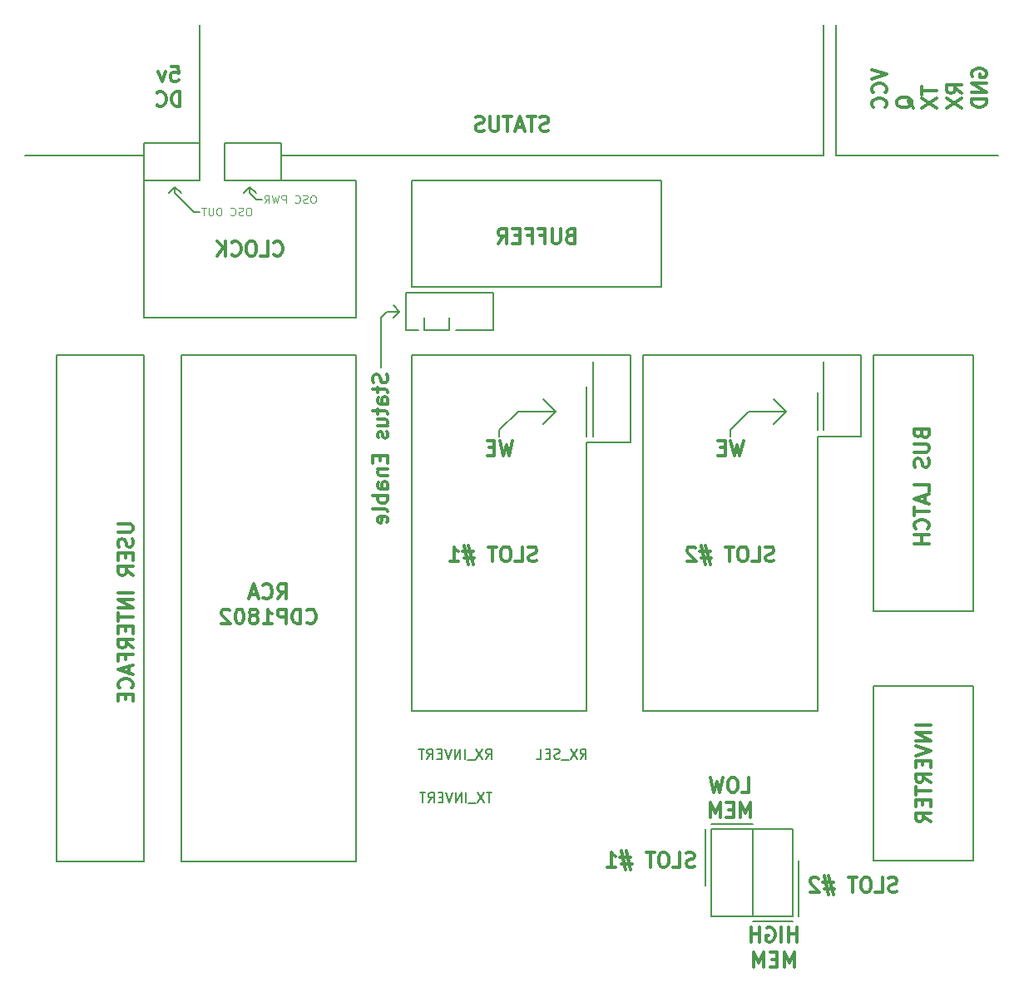
<source format=gbo>
G04 #@! TF.GenerationSoftware,KiCad,Pcbnew,(5.1.5)-3*
G04 #@! TF.CreationDate,2020-04-10T18:54:41+02:00*
G04 #@! TF.ProjectId,RC1802 CPU,52433138-3032-4204-9350-552e6b696361,rev?*
G04 #@! TF.SameCoordinates,Original*
G04 #@! TF.FileFunction,Legend,Bot*
G04 #@! TF.FilePolarity,Positive*
%FSLAX46Y46*%
G04 Gerber Fmt 4.6, Leading zero omitted, Abs format (unit mm)*
G04 Created by KiCad (PCBNEW (5.1.5)-3) date 2020-04-10 18:54:41*
%MOMM*%
%LPD*%
G04 APERTURE LIST*
%ADD10C,0.200000*%
%ADD11C,0.150000*%
%ADD12C,0.100000*%
%ADD13C,0.300000*%
G04 APERTURE END LIST*
D10*
X138430000Y-77470000D02*
X137795000Y-78105000D01*
X138430000Y-77470000D02*
X137795000Y-76835000D01*
X137160000Y-77470000D02*
X138430000Y-77470000D01*
X147955000Y-79375000D02*
X147955000Y-75565000D01*
X144145000Y-79375000D02*
X147955000Y-79375000D01*
X139065000Y-79375000D02*
X140335000Y-79375000D01*
X143510000Y-79375000D02*
X143510000Y-78105000D01*
X140970000Y-79375000D02*
X143510000Y-79375000D01*
X140970000Y-78105000D02*
X140970000Y-79375000D01*
X147955000Y-75565000D02*
X139065000Y-75565000D01*
X139065000Y-75565000D02*
X139065000Y-79375000D01*
D11*
X123825000Y-66040000D02*
X124460000Y-66040000D01*
X123190000Y-65405000D02*
X123825000Y-66040000D01*
X123190000Y-64770000D02*
X123190000Y-65405000D01*
D12*
X129705952Y-65601904D02*
X129553571Y-65601904D01*
X129477380Y-65640000D01*
X129401190Y-65716190D01*
X129363095Y-65868571D01*
X129363095Y-66135238D01*
X129401190Y-66287619D01*
X129477380Y-66363809D01*
X129553571Y-66401904D01*
X129705952Y-66401904D01*
X129782142Y-66363809D01*
X129858333Y-66287619D01*
X129896428Y-66135238D01*
X129896428Y-65868571D01*
X129858333Y-65716190D01*
X129782142Y-65640000D01*
X129705952Y-65601904D01*
X129058333Y-66363809D02*
X128944047Y-66401904D01*
X128753571Y-66401904D01*
X128677380Y-66363809D01*
X128639285Y-66325714D01*
X128601190Y-66249523D01*
X128601190Y-66173333D01*
X128639285Y-66097142D01*
X128677380Y-66059047D01*
X128753571Y-66020952D01*
X128905952Y-65982857D01*
X128982142Y-65944761D01*
X129020238Y-65906666D01*
X129058333Y-65830476D01*
X129058333Y-65754285D01*
X129020238Y-65678095D01*
X128982142Y-65640000D01*
X128905952Y-65601904D01*
X128715476Y-65601904D01*
X128601190Y-65640000D01*
X127801190Y-66325714D02*
X127839285Y-66363809D01*
X127953571Y-66401904D01*
X128029761Y-66401904D01*
X128144047Y-66363809D01*
X128220238Y-66287619D01*
X128258333Y-66211428D01*
X128296428Y-66059047D01*
X128296428Y-65944761D01*
X128258333Y-65792380D01*
X128220238Y-65716190D01*
X128144047Y-65640000D01*
X128029761Y-65601904D01*
X127953571Y-65601904D01*
X127839285Y-65640000D01*
X127801190Y-65678095D01*
X126848809Y-66401904D02*
X126848809Y-65601904D01*
X126544047Y-65601904D01*
X126467857Y-65640000D01*
X126429761Y-65678095D01*
X126391666Y-65754285D01*
X126391666Y-65868571D01*
X126429761Y-65944761D01*
X126467857Y-65982857D01*
X126544047Y-66020952D01*
X126848809Y-66020952D01*
X126125000Y-65601904D02*
X125934523Y-66401904D01*
X125782142Y-65830476D01*
X125629761Y-66401904D01*
X125439285Y-65601904D01*
X124677380Y-66401904D02*
X124944047Y-66020952D01*
X125134523Y-66401904D02*
X125134523Y-65601904D01*
X124829761Y-65601904D01*
X124753571Y-65640000D01*
X124715476Y-65678095D01*
X124677380Y-65754285D01*
X124677380Y-65868571D01*
X124715476Y-65944761D01*
X124753571Y-65982857D01*
X124829761Y-66020952D01*
X125134523Y-66020952D01*
X123127380Y-66871904D02*
X122975000Y-66871904D01*
X122898809Y-66910000D01*
X122822619Y-66986190D01*
X122784523Y-67138571D01*
X122784523Y-67405238D01*
X122822619Y-67557619D01*
X122898809Y-67633809D01*
X122975000Y-67671904D01*
X123127380Y-67671904D01*
X123203571Y-67633809D01*
X123279761Y-67557619D01*
X123317857Y-67405238D01*
X123317857Y-67138571D01*
X123279761Y-66986190D01*
X123203571Y-66910000D01*
X123127380Y-66871904D01*
X122479761Y-67633809D02*
X122365476Y-67671904D01*
X122175000Y-67671904D01*
X122098809Y-67633809D01*
X122060714Y-67595714D01*
X122022619Y-67519523D01*
X122022619Y-67443333D01*
X122060714Y-67367142D01*
X122098809Y-67329047D01*
X122175000Y-67290952D01*
X122327380Y-67252857D01*
X122403571Y-67214761D01*
X122441666Y-67176666D01*
X122479761Y-67100476D01*
X122479761Y-67024285D01*
X122441666Y-66948095D01*
X122403571Y-66910000D01*
X122327380Y-66871904D01*
X122136904Y-66871904D01*
X122022619Y-66910000D01*
X121222619Y-67595714D02*
X121260714Y-67633809D01*
X121375000Y-67671904D01*
X121451190Y-67671904D01*
X121565476Y-67633809D01*
X121641666Y-67557619D01*
X121679761Y-67481428D01*
X121717857Y-67329047D01*
X121717857Y-67214761D01*
X121679761Y-67062380D01*
X121641666Y-66986190D01*
X121565476Y-66910000D01*
X121451190Y-66871904D01*
X121375000Y-66871904D01*
X121260714Y-66910000D01*
X121222619Y-66948095D01*
X120117857Y-66871904D02*
X119965476Y-66871904D01*
X119889285Y-66910000D01*
X119813095Y-66986190D01*
X119775000Y-67138571D01*
X119775000Y-67405238D01*
X119813095Y-67557619D01*
X119889285Y-67633809D01*
X119965476Y-67671904D01*
X120117857Y-67671904D01*
X120194047Y-67633809D01*
X120270238Y-67557619D01*
X120308333Y-67405238D01*
X120308333Y-67138571D01*
X120270238Y-66986190D01*
X120194047Y-66910000D01*
X120117857Y-66871904D01*
X119432142Y-66871904D02*
X119432142Y-67519523D01*
X119394047Y-67595714D01*
X119355952Y-67633809D01*
X119279761Y-67671904D01*
X119127380Y-67671904D01*
X119051190Y-67633809D01*
X119013095Y-67595714D01*
X118975000Y-67519523D01*
X118975000Y-66871904D01*
X118708333Y-66871904D02*
X118251190Y-66871904D01*
X118479761Y-67671904D02*
X118479761Y-66871904D01*
D11*
X117475000Y-67310000D02*
X118110000Y-67310000D01*
X115570000Y-65405000D02*
X117475000Y-67310000D01*
X115570000Y-64770000D02*
X115570000Y-65405000D01*
X123190000Y-64770000D02*
X123825000Y-65405000D01*
X123190000Y-64770000D02*
X122555000Y-65405000D01*
X115570000Y-64770000D02*
X116205000Y-65405000D01*
X115570000Y-64770000D02*
X114935000Y-65405000D01*
D10*
X133985000Y-64135000D02*
X126365000Y-64135000D01*
X126365000Y-60325000D02*
X120650000Y-60325000D01*
X126365000Y-64135000D02*
X126365000Y-61595000D01*
X120650000Y-64135000D02*
X126365000Y-64135000D01*
X112395000Y-64135000D02*
X118110000Y-64135000D01*
X120650000Y-60325000D02*
X120650000Y-64135000D01*
X112395000Y-61595000D02*
X112395000Y-64135000D01*
X118110000Y-60325000D02*
X118110000Y-48260000D01*
X118110000Y-64135000D02*
X118110000Y-60325000D01*
X112395000Y-61595000D02*
X100330000Y-61595000D01*
X112395000Y-60325000D02*
X112395000Y-61595000D01*
X118110000Y-60325000D02*
X112395000Y-60325000D01*
X126365000Y-61595000D02*
X126365000Y-60325000D01*
X181610000Y-61595000D02*
X126365000Y-61595000D01*
D13*
X195623571Y-55240714D02*
X194909285Y-54740714D01*
X195623571Y-54383571D02*
X194123571Y-54383571D01*
X194123571Y-54955000D01*
X194195000Y-55097857D01*
X194266428Y-55169285D01*
X194409285Y-55240714D01*
X194623571Y-55240714D01*
X194766428Y-55169285D01*
X194837857Y-55097857D01*
X194909285Y-54955000D01*
X194909285Y-54383571D01*
X194123571Y-55740714D02*
X195623571Y-56740714D01*
X194123571Y-56740714D02*
X195623571Y-55740714D01*
X125618571Y-71655714D02*
X125690000Y-71727142D01*
X125904285Y-71798571D01*
X126047142Y-71798571D01*
X126261428Y-71727142D01*
X126404285Y-71584285D01*
X126475714Y-71441428D01*
X126547142Y-71155714D01*
X126547142Y-70941428D01*
X126475714Y-70655714D01*
X126404285Y-70512857D01*
X126261428Y-70370000D01*
X126047142Y-70298571D01*
X125904285Y-70298571D01*
X125690000Y-70370000D01*
X125618571Y-70441428D01*
X124261428Y-71798571D02*
X124975714Y-71798571D01*
X124975714Y-70298571D01*
X123475714Y-70298571D02*
X123190000Y-70298571D01*
X123047142Y-70370000D01*
X122904285Y-70512857D01*
X122832857Y-70798571D01*
X122832857Y-71298571D01*
X122904285Y-71584285D01*
X123047142Y-71727142D01*
X123190000Y-71798571D01*
X123475714Y-71798571D01*
X123618571Y-71727142D01*
X123761428Y-71584285D01*
X123832857Y-71298571D01*
X123832857Y-70798571D01*
X123761428Y-70512857D01*
X123618571Y-70370000D01*
X123475714Y-70298571D01*
X121332857Y-71655714D02*
X121404285Y-71727142D01*
X121618571Y-71798571D01*
X121761428Y-71798571D01*
X121975714Y-71727142D01*
X122118571Y-71584285D01*
X122190000Y-71441428D01*
X122261428Y-71155714D01*
X122261428Y-70941428D01*
X122190000Y-70655714D01*
X122118571Y-70512857D01*
X121975714Y-70370000D01*
X121761428Y-70298571D01*
X121618571Y-70298571D01*
X121404285Y-70370000D01*
X121332857Y-70441428D01*
X120690000Y-71798571D02*
X120690000Y-70298571D01*
X119832857Y-71798571D02*
X120475714Y-70941428D01*
X119832857Y-70298571D02*
X120690000Y-71155714D01*
D10*
X112395000Y-78105000D02*
X112395000Y-64135000D01*
D13*
X191583571Y-54526428D02*
X191583571Y-55383571D01*
X193083571Y-54955000D02*
X191583571Y-54955000D01*
X191583571Y-55740714D02*
X193083571Y-56740714D01*
X191583571Y-56740714D02*
X193083571Y-55740714D01*
X186503571Y-52812142D02*
X188003571Y-53312142D01*
X186503571Y-53812142D01*
X187860714Y-55169285D02*
X187932142Y-55097857D01*
X188003571Y-54883571D01*
X188003571Y-54740714D01*
X187932142Y-54526428D01*
X187789285Y-54383571D01*
X187646428Y-54312142D01*
X187360714Y-54240714D01*
X187146428Y-54240714D01*
X186860714Y-54312142D01*
X186717857Y-54383571D01*
X186575000Y-54526428D01*
X186503571Y-54740714D01*
X186503571Y-54883571D01*
X186575000Y-55097857D01*
X186646428Y-55169285D01*
X187860714Y-56669285D02*
X187932142Y-56597857D01*
X188003571Y-56383571D01*
X188003571Y-56240714D01*
X187932142Y-56026428D01*
X187789285Y-55883571D01*
X187646428Y-55812142D01*
X187360714Y-55740714D01*
X187146428Y-55740714D01*
X186860714Y-55812142D01*
X186717857Y-55883571D01*
X186575000Y-56026428D01*
X186503571Y-56240714D01*
X186503571Y-56383571D01*
X186575000Y-56597857D01*
X186646428Y-56669285D01*
X196735000Y-53526428D02*
X196663571Y-53383571D01*
X196663571Y-53169285D01*
X196735000Y-52955000D01*
X196877857Y-52812142D01*
X197020714Y-52740714D01*
X197306428Y-52669285D01*
X197520714Y-52669285D01*
X197806428Y-52740714D01*
X197949285Y-52812142D01*
X198092142Y-52955000D01*
X198163571Y-53169285D01*
X198163571Y-53312142D01*
X198092142Y-53526428D01*
X198020714Y-53597857D01*
X197520714Y-53597857D01*
X197520714Y-53312142D01*
X198163571Y-54240714D02*
X196663571Y-54240714D01*
X198163571Y-55097857D01*
X196663571Y-55097857D01*
X198163571Y-55812142D02*
X196663571Y-55812142D01*
X196663571Y-56169285D01*
X196735000Y-56383571D01*
X196877857Y-56526428D01*
X197020714Y-56597857D01*
X197306428Y-56669285D01*
X197520714Y-56669285D01*
X197806428Y-56597857D01*
X197949285Y-56526428D01*
X198092142Y-56383571D01*
X198163571Y-56169285D01*
X198163571Y-55812142D01*
X190686428Y-56740714D02*
X190615000Y-56597857D01*
X190472142Y-56455000D01*
X190257857Y-56240714D01*
X190186428Y-56097857D01*
X190186428Y-55955000D01*
X190543571Y-56026428D02*
X190472142Y-55883571D01*
X190329285Y-55740714D01*
X190043571Y-55669285D01*
X189543571Y-55669285D01*
X189257857Y-55740714D01*
X189115000Y-55883571D01*
X189043571Y-56026428D01*
X189043571Y-56312142D01*
X189115000Y-56455000D01*
X189257857Y-56597857D01*
X189543571Y-56669285D01*
X190043571Y-56669285D01*
X190329285Y-56597857D01*
X190472142Y-56455000D01*
X190543571Y-56312142D01*
X190543571Y-56026428D01*
X115149285Y-52513571D02*
X115863571Y-52513571D01*
X115935000Y-53227857D01*
X115863571Y-53156428D01*
X115720714Y-53085000D01*
X115363571Y-53085000D01*
X115220714Y-53156428D01*
X115149285Y-53227857D01*
X115077857Y-53370714D01*
X115077857Y-53727857D01*
X115149285Y-53870714D01*
X115220714Y-53942142D01*
X115363571Y-54013571D01*
X115720714Y-54013571D01*
X115863571Y-53942142D01*
X115935000Y-53870714D01*
X114577857Y-53013571D02*
X114220714Y-54013571D01*
X113863571Y-53013571D01*
X116077857Y-56563571D02*
X116077857Y-55063571D01*
X115720714Y-55063571D01*
X115506428Y-55135000D01*
X115363571Y-55277857D01*
X115292142Y-55420714D01*
X115220714Y-55706428D01*
X115220714Y-55920714D01*
X115292142Y-56206428D01*
X115363571Y-56349285D01*
X115506428Y-56492142D01*
X115720714Y-56563571D01*
X116077857Y-56563571D01*
X113720714Y-56420714D02*
X113792142Y-56492142D01*
X114006428Y-56563571D01*
X114149285Y-56563571D01*
X114363571Y-56492142D01*
X114506428Y-56349285D01*
X114577857Y-56206428D01*
X114649285Y-55920714D01*
X114649285Y-55706428D01*
X114577857Y-55420714D01*
X114506428Y-55277857D01*
X114363571Y-55135000D01*
X114149285Y-55063571D01*
X114006428Y-55063571D01*
X113792142Y-55135000D01*
X113720714Y-55206428D01*
D10*
X191770000Y-61595000D02*
X199390000Y-61595000D01*
X191770000Y-61595000D02*
X182880000Y-61595000D01*
X182880000Y-61595000D02*
X182880000Y-48260000D01*
X157480000Y-118110000D02*
X157480000Y-90805000D01*
X139700000Y-118110000D02*
X157480000Y-118110000D01*
X139700000Y-81915000D02*
X139700000Y-118110000D01*
X163195000Y-118110000D02*
X180975000Y-118110000D01*
X163195000Y-81915000D02*
X163195000Y-118110000D01*
X180975000Y-118110000D02*
X180975000Y-90170000D01*
X137160000Y-77470000D02*
X136525000Y-78105000D01*
X136525000Y-78105000D02*
X136525000Y-83185000D01*
D13*
X137132142Y-83868571D02*
X137203571Y-84082857D01*
X137203571Y-84440000D01*
X137132142Y-84582857D01*
X137060714Y-84654285D01*
X136917857Y-84725714D01*
X136775000Y-84725714D01*
X136632142Y-84654285D01*
X136560714Y-84582857D01*
X136489285Y-84440000D01*
X136417857Y-84154285D01*
X136346428Y-84011428D01*
X136275000Y-83940000D01*
X136132142Y-83868571D01*
X135989285Y-83868571D01*
X135846428Y-83940000D01*
X135775000Y-84011428D01*
X135703571Y-84154285D01*
X135703571Y-84511428D01*
X135775000Y-84725714D01*
X136203571Y-85154285D02*
X136203571Y-85725714D01*
X135703571Y-85368571D02*
X136989285Y-85368571D01*
X137132142Y-85440000D01*
X137203571Y-85582857D01*
X137203571Y-85725714D01*
X137203571Y-86868571D02*
X136417857Y-86868571D01*
X136275000Y-86797142D01*
X136203571Y-86654285D01*
X136203571Y-86368571D01*
X136275000Y-86225714D01*
X137132142Y-86868571D02*
X137203571Y-86725714D01*
X137203571Y-86368571D01*
X137132142Y-86225714D01*
X136989285Y-86154285D01*
X136846428Y-86154285D01*
X136703571Y-86225714D01*
X136632142Y-86368571D01*
X136632142Y-86725714D01*
X136560714Y-86868571D01*
X136203571Y-87368571D02*
X136203571Y-87940000D01*
X135703571Y-87582857D02*
X136989285Y-87582857D01*
X137132142Y-87654285D01*
X137203571Y-87797142D01*
X137203571Y-87940000D01*
X136203571Y-89082857D02*
X137203571Y-89082857D01*
X136203571Y-88440000D02*
X136989285Y-88440000D01*
X137132142Y-88511428D01*
X137203571Y-88654285D01*
X137203571Y-88868571D01*
X137132142Y-89011428D01*
X137060714Y-89082857D01*
X137132142Y-89725714D02*
X137203571Y-89868571D01*
X137203571Y-90154285D01*
X137132142Y-90297142D01*
X136989285Y-90368571D01*
X136917857Y-90368571D01*
X136775000Y-90297142D01*
X136703571Y-90154285D01*
X136703571Y-89940000D01*
X136632142Y-89797142D01*
X136489285Y-89725714D01*
X136417857Y-89725714D01*
X136275000Y-89797142D01*
X136203571Y-89940000D01*
X136203571Y-90154285D01*
X136275000Y-90297142D01*
X136417857Y-92154285D02*
X136417857Y-92654285D01*
X137203571Y-92868571D02*
X137203571Y-92154285D01*
X135703571Y-92154285D01*
X135703571Y-92868571D01*
X136203571Y-93511428D02*
X137203571Y-93511428D01*
X136346428Y-93511428D02*
X136275000Y-93582857D01*
X136203571Y-93725714D01*
X136203571Y-93940000D01*
X136275000Y-94082857D01*
X136417857Y-94154285D01*
X137203571Y-94154285D01*
X137203571Y-95511428D02*
X136417857Y-95511428D01*
X136275000Y-95440000D01*
X136203571Y-95297142D01*
X136203571Y-95011428D01*
X136275000Y-94868571D01*
X137132142Y-95511428D02*
X137203571Y-95368571D01*
X137203571Y-95011428D01*
X137132142Y-94868571D01*
X136989285Y-94797142D01*
X136846428Y-94797142D01*
X136703571Y-94868571D01*
X136632142Y-95011428D01*
X136632142Y-95368571D01*
X136560714Y-95511428D01*
X137203571Y-96225714D02*
X135703571Y-96225714D01*
X136275000Y-96225714D02*
X136203571Y-96368571D01*
X136203571Y-96654285D01*
X136275000Y-96797142D01*
X136346428Y-96868571D01*
X136489285Y-96940000D01*
X136917857Y-96940000D01*
X137060714Y-96868571D01*
X137132142Y-96797142D01*
X137203571Y-96654285D01*
X137203571Y-96368571D01*
X137132142Y-96225714D01*
X137203571Y-97797142D02*
X137132142Y-97654285D01*
X136989285Y-97582857D01*
X135703571Y-97582857D01*
X137132142Y-98940000D02*
X137203571Y-98797142D01*
X137203571Y-98511428D01*
X137132142Y-98368571D01*
X136989285Y-98297142D01*
X136417857Y-98297142D01*
X136275000Y-98368571D01*
X136203571Y-98511428D01*
X136203571Y-98797142D01*
X136275000Y-98940000D01*
X136417857Y-99011428D01*
X136560714Y-99011428D01*
X136703571Y-98297142D01*
D10*
X112395000Y-81915000D02*
X108585000Y-81915000D01*
X112395000Y-133477000D02*
X112395000Y-81915000D01*
X108585000Y-133477000D02*
X112395000Y-133477000D01*
X103505000Y-133477000D02*
X103505000Y-133223000D01*
X108585000Y-133477000D02*
X103505000Y-133477000D01*
X133985000Y-133477000D02*
X133985000Y-133223000D01*
X116205000Y-133477000D02*
X133985000Y-133477000D01*
X116205000Y-133223000D02*
X116205000Y-133477000D01*
D13*
X109795571Y-99077000D02*
X111009857Y-99077000D01*
X111152714Y-99148428D01*
X111224142Y-99219857D01*
X111295571Y-99362714D01*
X111295571Y-99648428D01*
X111224142Y-99791285D01*
X111152714Y-99862714D01*
X111009857Y-99934142D01*
X109795571Y-99934142D01*
X111224142Y-100577000D02*
X111295571Y-100791285D01*
X111295571Y-101148428D01*
X111224142Y-101291285D01*
X111152714Y-101362714D01*
X111009857Y-101434142D01*
X110867000Y-101434142D01*
X110724142Y-101362714D01*
X110652714Y-101291285D01*
X110581285Y-101148428D01*
X110509857Y-100862714D01*
X110438428Y-100719857D01*
X110367000Y-100648428D01*
X110224142Y-100577000D01*
X110081285Y-100577000D01*
X109938428Y-100648428D01*
X109867000Y-100719857D01*
X109795571Y-100862714D01*
X109795571Y-101219857D01*
X109867000Y-101434142D01*
X110509857Y-102077000D02*
X110509857Y-102577000D01*
X111295571Y-102791285D02*
X111295571Y-102077000D01*
X109795571Y-102077000D01*
X109795571Y-102791285D01*
X111295571Y-104291285D02*
X110581285Y-103791285D01*
X111295571Y-103434142D02*
X109795571Y-103434142D01*
X109795571Y-104005571D01*
X109867000Y-104148428D01*
X109938428Y-104219857D01*
X110081285Y-104291285D01*
X110295571Y-104291285D01*
X110438428Y-104219857D01*
X110509857Y-104148428D01*
X110581285Y-104005571D01*
X110581285Y-103434142D01*
X111295571Y-106077000D02*
X109795571Y-106077000D01*
X111295571Y-106791285D02*
X109795571Y-106791285D01*
X111295571Y-107648428D01*
X109795571Y-107648428D01*
X109795571Y-108148428D02*
X109795571Y-109005571D01*
X111295571Y-108577000D02*
X109795571Y-108577000D01*
X110509857Y-109505571D02*
X110509857Y-110005571D01*
X111295571Y-110219857D02*
X111295571Y-109505571D01*
X109795571Y-109505571D01*
X109795571Y-110219857D01*
X111295571Y-111719857D02*
X110581285Y-111219857D01*
X111295571Y-110862714D02*
X109795571Y-110862714D01*
X109795571Y-111434142D01*
X109867000Y-111577000D01*
X109938428Y-111648428D01*
X110081285Y-111719857D01*
X110295571Y-111719857D01*
X110438428Y-111648428D01*
X110509857Y-111577000D01*
X110581285Y-111434142D01*
X110581285Y-110862714D01*
X110509857Y-112862714D02*
X110509857Y-112362714D01*
X111295571Y-112362714D02*
X109795571Y-112362714D01*
X109795571Y-113077000D01*
X110867000Y-113577000D02*
X110867000Y-114291285D01*
X111295571Y-113434142D02*
X109795571Y-113934142D01*
X111295571Y-114434142D01*
X111152714Y-115791285D02*
X111224142Y-115719857D01*
X111295571Y-115505571D01*
X111295571Y-115362714D01*
X111224142Y-115148428D01*
X111081285Y-115005571D01*
X110938428Y-114934142D01*
X110652714Y-114862714D01*
X110438428Y-114862714D01*
X110152714Y-114934142D01*
X110009857Y-115005571D01*
X109867000Y-115148428D01*
X109795571Y-115362714D01*
X109795571Y-115505571D01*
X109867000Y-115719857D01*
X109938428Y-115791285D01*
X110509857Y-116434142D02*
X110509857Y-116934142D01*
X111295571Y-117148428D02*
X111295571Y-116434142D01*
X109795571Y-116434142D01*
X109795571Y-117148428D01*
D10*
X103505000Y-81915000D02*
X103505000Y-133350000D01*
X108585000Y-81915000D02*
X103505000Y-81915000D01*
D13*
X153574285Y-59027142D02*
X153360000Y-59098571D01*
X153002857Y-59098571D01*
X152860000Y-59027142D01*
X152788571Y-58955714D01*
X152717142Y-58812857D01*
X152717142Y-58670000D01*
X152788571Y-58527142D01*
X152860000Y-58455714D01*
X153002857Y-58384285D01*
X153288571Y-58312857D01*
X153431428Y-58241428D01*
X153502857Y-58170000D01*
X153574285Y-58027142D01*
X153574285Y-57884285D01*
X153502857Y-57741428D01*
X153431428Y-57670000D01*
X153288571Y-57598571D01*
X152931428Y-57598571D01*
X152717142Y-57670000D01*
X152288571Y-57598571D02*
X151431428Y-57598571D01*
X151860000Y-59098571D02*
X151860000Y-57598571D01*
X151002857Y-58670000D02*
X150288571Y-58670000D01*
X151145714Y-59098571D02*
X150645714Y-57598571D01*
X150145714Y-59098571D01*
X149860000Y-57598571D02*
X149002857Y-57598571D01*
X149431428Y-59098571D02*
X149431428Y-57598571D01*
X148502857Y-57598571D02*
X148502857Y-58812857D01*
X148431428Y-58955714D01*
X148360000Y-59027142D01*
X148217142Y-59098571D01*
X147931428Y-59098571D01*
X147788571Y-59027142D01*
X147717142Y-58955714D01*
X147645714Y-58812857D01*
X147645714Y-57598571D01*
X147002857Y-59027142D02*
X146788571Y-59098571D01*
X146431428Y-59098571D01*
X146288571Y-59027142D01*
X146217142Y-58955714D01*
X146145714Y-58812857D01*
X146145714Y-58670000D01*
X146217142Y-58527142D01*
X146288571Y-58455714D01*
X146431428Y-58384285D01*
X146717142Y-58312857D01*
X146860000Y-58241428D01*
X146931428Y-58170000D01*
X147002857Y-58027142D01*
X147002857Y-57884285D01*
X146931428Y-57741428D01*
X146860000Y-57670000D01*
X146717142Y-57598571D01*
X146360000Y-57598571D01*
X146145714Y-57670000D01*
D10*
X181610000Y-61595000D02*
X181610000Y-48260000D01*
D13*
X155792857Y-69742857D02*
X155578571Y-69814285D01*
X155507142Y-69885714D01*
X155435714Y-70028571D01*
X155435714Y-70242857D01*
X155507142Y-70385714D01*
X155578571Y-70457142D01*
X155721428Y-70528571D01*
X156292857Y-70528571D01*
X156292857Y-69028571D01*
X155792857Y-69028571D01*
X155650000Y-69100000D01*
X155578571Y-69171428D01*
X155507142Y-69314285D01*
X155507142Y-69457142D01*
X155578571Y-69600000D01*
X155650000Y-69671428D01*
X155792857Y-69742857D01*
X156292857Y-69742857D01*
X154792857Y-69028571D02*
X154792857Y-70242857D01*
X154721428Y-70385714D01*
X154650000Y-70457142D01*
X154507142Y-70528571D01*
X154221428Y-70528571D01*
X154078571Y-70457142D01*
X154007142Y-70385714D01*
X153935714Y-70242857D01*
X153935714Y-69028571D01*
X152721428Y-69742857D02*
X153221428Y-69742857D01*
X153221428Y-70528571D02*
X153221428Y-69028571D01*
X152507142Y-69028571D01*
X151435714Y-69742857D02*
X151935714Y-69742857D01*
X151935714Y-70528571D02*
X151935714Y-69028571D01*
X151221428Y-69028571D01*
X150650000Y-69742857D02*
X150150000Y-69742857D01*
X149935714Y-70528571D02*
X150650000Y-70528571D01*
X150650000Y-69028571D01*
X149935714Y-69028571D01*
X148435714Y-70528571D02*
X148935714Y-69814285D01*
X149292857Y-70528571D02*
X149292857Y-69028571D01*
X148721428Y-69028571D01*
X148578571Y-69100000D01*
X148507142Y-69171428D01*
X148435714Y-69314285D01*
X148435714Y-69528571D01*
X148507142Y-69671428D01*
X148578571Y-69742857D01*
X148721428Y-69814285D01*
X149292857Y-69814285D01*
X191535857Y-89928571D02*
X191607285Y-90142857D01*
X191678714Y-90214285D01*
X191821571Y-90285714D01*
X192035857Y-90285714D01*
X192178714Y-90214285D01*
X192250142Y-90142857D01*
X192321571Y-90000000D01*
X192321571Y-89428571D01*
X190821571Y-89428571D01*
X190821571Y-89928571D01*
X190893000Y-90071428D01*
X190964428Y-90142857D01*
X191107285Y-90214285D01*
X191250142Y-90214285D01*
X191393000Y-90142857D01*
X191464428Y-90071428D01*
X191535857Y-89928571D01*
X191535857Y-89428571D01*
X190821571Y-90928571D02*
X192035857Y-90928571D01*
X192178714Y-91000000D01*
X192250142Y-91071428D01*
X192321571Y-91214285D01*
X192321571Y-91500000D01*
X192250142Y-91642857D01*
X192178714Y-91714285D01*
X192035857Y-91785714D01*
X190821571Y-91785714D01*
X192250142Y-92428571D02*
X192321571Y-92642857D01*
X192321571Y-93000000D01*
X192250142Y-93142857D01*
X192178714Y-93214285D01*
X192035857Y-93285714D01*
X191893000Y-93285714D01*
X191750142Y-93214285D01*
X191678714Y-93142857D01*
X191607285Y-93000000D01*
X191535857Y-92714285D01*
X191464428Y-92571428D01*
X191393000Y-92500000D01*
X191250142Y-92428571D01*
X191107285Y-92428571D01*
X190964428Y-92500000D01*
X190893000Y-92571428D01*
X190821571Y-92714285D01*
X190821571Y-93071428D01*
X190893000Y-93285714D01*
X192321571Y-95785714D02*
X192321571Y-95071428D01*
X190821571Y-95071428D01*
X191893000Y-96214285D02*
X191893000Y-96928571D01*
X192321571Y-96071428D02*
X190821571Y-96571428D01*
X192321571Y-97071428D01*
X190821571Y-97357142D02*
X190821571Y-98214285D01*
X192321571Y-97785714D02*
X190821571Y-97785714D01*
X192178714Y-99571428D02*
X192250142Y-99500000D01*
X192321571Y-99285714D01*
X192321571Y-99142857D01*
X192250142Y-98928571D01*
X192107285Y-98785714D01*
X191964428Y-98714285D01*
X191678714Y-98642857D01*
X191464428Y-98642857D01*
X191178714Y-98714285D01*
X191035857Y-98785714D01*
X190893000Y-98928571D01*
X190821571Y-99142857D01*
X190821571Y-99285714D01*
X190893000Y-99500000D01*
X190964428Y-99571428D01*
X192321571Y-100214285D02*
X190821571Y-100214285D01*
X191535857Y-100214285D02*
X191535857Y-101071428D01*
X192321571Y-101071428D02*
X190821571Y-101071428D01*
X192448571Y-119602857D02*
X190948571Y-119602857D01*
X192448571Y-120317142D02*
X190948571Y-120317142D01*
X192448571Y-121174285D01*
X190948571Y-121174285D01*
X190948571Y-121674285D02*
X192448571Y-122174285D01*
X190948571Y-122674285D01*
X191662857Y-123174285D02*
X191662857Y-123674285D01*
X192448571Y-123888571D02*
X192448571Y-123174285D01*
X190948571Y-123174285D01*
X190948571Y-123888571D01*
X192448571Y-125388571D02*
X191734285Y-124888571D01*
X192448571Y-124531428D02*
X190948571Y-124531428D01*
X190948571Y-125102857D01*
X191020000Y-125245714D01*
X191091428Y-125317142D01*
X191234285Y-125388571D01*
X191448571Y-125388571D01*
X191591428Y-125317142D01*
X191662857Y-125245714D01*
X191734285Y-125102857D01*
X191734285Y-124531428D01*
X190948571Y-125817142D02*
X190948571Y-126674285D01*
X192448571Y-126245714D02*
X190948571Y-126245714D01*
X191662857Y-127174285D02*
X191662857Y-127674285D01*
X192448571Y-127888571D02*
X192448571Y-127174285D01*
X190948571Y-127174285D01*
X190948571Y-127888571D01*
X192448571Y-129388571D02*
X191734285Y-128888571D01*
X192448571Y-128531428D02*
X190948571Y-128531428D01*
X190948571Y-129102857D01*
X191020000Y-129245714D01*
X191091428Y-129317142D01*
X191234285Y-129388571D01*
X191448571Y-129388571D01*
X191591428Y-129317142D01*
X191662857Y-129245714D01*
X191734285Y-129102857D01*
X191734285Y-128531428D01*
D10*
X139700000Y-74930000D02*
X139700000Y-64135000D01*
X165100000Y-74930000D02*
X139700000Y-74930000D01*
X165100000Y-64135000D02*
X165100000Y-74930000D01*
X139700000Y-64135000D02*
X165100000Y-64135000D01*
X186690000Y-133350000D02*
X186690000Y-115570000D01*
X196850000Y-133350000D02*
X186690000Y-133350000D01*
X196850000Y-115570000D02*
X196850000Y-133350000D01*
X186690000Y-115570000D02*
X196850000Y-115570000D01*
X186690000Y-107950000D02*
X186690000Y-81915000D01*
X196850000Y-107950000D02*
X186690000Y-107950000D01*
X196850000Y-81915000D02*
X196850000Y-107950000D01*
X186690000Y-81915000D02*
X196850000Y-81915000D01*
D13*
X126023571Y-106718571D02*
X126523571Y-106004285D01*
X126880714Y-106718571D02*
X126880714Y-105218571D01*
X126309285Y-105218571D01*
X126166428Y-105290000D01*
X126095000Y-105361428D01*
X126023571Y-105504285D01*
X126023571Y-105718571D01*
X126095000Y-105861428D01*
X126166428Y-105932857D01*
X126309285Y-106004285D01*
X126880714Y-106004285D01*
X124523571Y-106575714D02*
X124595000Y-106647142D01*
X124809285Y-106718571D01*
X124952142Y-106718571D01*
X125166428Y-106647142D01*
X125309285Y-106504285D01*
X125380714Y-106361428D01*
X125452142Y-106075714D01*
X125452142Y-105861428D01*
X125380714Y-105575714D01*
X125309285Y-105432857D01*
X125166428Y-105290000D01*
X124952142Y-105218571D01*
X124809285Y-105218571D01*
X124595000Y-105290000D01*
X124523571Y-105361428D01*
X123952142Y-106290000D02*
X123237857Y-106290000D01*
X124095000Y-106718571D02*
X123595000Y-105218571D01*
X123095000Y-106718571D01*
X128987857Y-109125714D02*
X129059285Y-109197142D01*
X129273571Y-109268571D01*
X129416428Y-109268571D01*
X129630714Y-109197142D01*
X129773571Y-109054285D01*
X129845000Y-108911428D01*
X129916428Y-108625714D01*
X129916428Y-108411428D01*
X129845000Y-108125714D01*
X129773571Y-107982857D01*
X129630714Y-107840000D01*
X129416428Y-107768571D01*
X129273571Y-107768571D01*
X129059285Y-107840000D01*
X128987857Y-107911428D01*
X128345000Y-109268571D02*
X128345000Y-107768571D01*
X127987857Y-107768571D01*
X127773571Y-107840000D01*
X127630714Y-107982857D01*
X127559285Y-108125714D01*
X127487857Y-108411428D01*
X127487857Y-108625714D01*
X127559285Y-108911428D01*
X127630714Y-109054285D01*
X127773571Y-109197142D01*
X127987857Y-109268571D01*
X128345000Y-109268571D01*
X126845000Y-109268571D02*
X126845000Y-107768571D01*
X126273571Y-107768571D01*
X126130714Y-107840000D01*
X126059285Y-107911428D01*
X125987857Y-108054285D01*
X125987857Y-108268571D01*
X126059285Y-108411428D01*
X126130714Y-108482857D01*
X126273571Y-108554285D01*
X126845000Y-108554285D01*
X124559285Y-109268571D02*
X125416428Y-109268571D01*
X124987857Y-109268571D02*
X124987857Y-107768571D01*
X125130714Y-107982857D01*
X125273571Y-108125714D01*
X125416428Y-108197142D01*
X123702142Y-108411428D02*
X123845000Y-108340000D01*
X123916428Y-108268571D01*
X123987857Y-108125714D01*
X123987857Y-108054285D01*
X123916428Y-107911428D01*
X123845000Y-107840000D01*
X123702142Y-107768571D01*
X123416428Y-107768571D01*
X123273571Y-107840000D01*
X123202142Y-107911428D01*
X123130714Y-108054285D01*
X123130714Y-108125714D01*
X123202142Y-108268571D01*
X123273571Y-108340000D01*
X123416428Y-108411428D01*
X123702142Y-108411428D01*
X123845000Y-108482857D01*
X123916428Y-108554285D01*
X123987857Y-108697142D01*
X123987857Y-108982857D01*
X123916428Y-109125714D01*
X123845000Y-109197142D01*
X123702142Y-109268571D01*
X123416428Y-109268571D01*
X123273571Y-109197142D01*
X123202142Y-109125714D01*
X123130714Y-108982857D01*
X123130714Y-108697142D01*
X123202142Y-108554285D01*
X123273571Y-108482857D01*
X123416428Y-108411428D01*
X122202142Y-107768571D02*
X122059285Y-107768571D01*
X121916428Y-107840000D01*
X121845000Y-107911428D01*
X121773571Y-108054285D01*
X121702142Y-108340000D01*
X121702142Y-108697142D01*
X121773571Y-108982857D01*
X121845000Y-109125714D01*
X121916428Y-109197142D01*
X122059285Y-109268571D01*
X122202142Y-109268571D01*
X122345000Y-109197142D01*
X122416428Y-109125714D01*
X122487857Y-108982857D01*
X122559285Y-108697142D01*
X122559285Y-108340000D01*
X122487857Y-108054285D01*
X122416428Y-107911428D01*
X122345000Y-107840000D01*
X122202142Y-107768571D01*
X121130714Y-107911428D02*
X121059285Y-107840000D01*
X120916428Y-107768571D01*
X120559285Y-107768571D01*
X120416428Y-107840000D01*
X120345000Y-107911428D01*
X120273571Y-108054285D01*
X120273571Y-108197142D01*
X120345000Y-108411428D01*
X121202142Y-109268571D01*
X120273571Y-109268571D01*
D10*
X133985000Y-81915000D02*
X116205000Y-81915000D01*
X133985000Y-133223000D02*
X133985000Y-81915000D01*
X116205000Y-81915000D02*
X116205000Y-133223000D01*
X133985000Y-78105000D02*
X133985000Y-64135000D01*
X112395000Y-78105000D02*
X133985000Y-78105000D01*
X172085000Y-89535000D02*
X172085000Y-90170000D01*
X148590000Y-89535000D02*
X148590000Y-90170000D01*
X174371000Y-129667000D02*
X170180000Y-129667000D01*
X174371000Y-139573000D02*
X178435000Y-139573000D01*
D13*
X178851428Y-141643571D02*
X178851428Y-140143571D01*
X178851428Y-140857857D02*
X177994285Y-140857857D01*
X177994285Y-141643571D02*
X177994285Y-140143571D01*
X177280000Y-141643571D02*
X177280000Y-140143571D01*
X175780000Y-140215000D02*
X175922857Y-140143571D01*
X176137142Y-140143571D01*
X176351428Y-140215000D01*
X176494285Y-140357857D01*
X176565714Y-140500714D01*
X176637142Y-140786428D01*
X176637142Y-141000714D01*
X176565714Y-141286428D01*
X176494285Y-141429285D01*
X176351428Y-141572142D01*
X176137142Y-141643571D01*
X175994285Y-141643571D01*
X175780000Y-141572142D01*
X175708571Y-141500714D01*
X175708571Y-141000714D01*
X175994285Y-141000714D01*
X175065714Y-141643571D02*
X175065714Y-140143571D01*
X175065714Y-140857857D02*
X174208571Y-140857857D01*
X174208571Y-141643571D02*
X174208571Y-140143571D01*
X178565714Y-144193571D02*
X178565714Y-142693571D01*
X178065714Y-143765000D01*
X177565714Y-142693571D01*
X177565714Y-144193571D01*
X176851428Y-143407857D02*
X176351428Y-143407857D01*
X176137142Y-144193571D02*
X176851428Y-144193571D01*
X176851428Y-142693571D01*
X176137142Y-142693571D01*
X175494285Y-144193571D02*
X175494285Y-142693571D01*
X174994285Y-143765000D01*
X174494285Y-142693571D01*
X174494285Y-144193571D01*
X173263571Y-126403571D02*
X173977857Y-126403571D01*
X173977857Y-124903571D01*
X172477857Y-124903571D02*
X172192142Y-124903571D01*
X172049285Y-124975000D01*
X171906428Y-125117857D01*
X171835000Y-125403571D01*
X171835000Y-125903571D01*
X171906428Y-126189285D01*
X172049285Y-126332142D01*
X172192142Y-126403571D01*
X172477857Y-126403571D01*
X172620714Y-126332142D01*
X172763571Y-126189285D01*
X172835000Y-125903571D01*
X172835000Y-125403571D01*
X172763571Y-125117857D01*
X172620714Y-124975000D01*
X172477857Y-124903571D01*
X171335000Y-124903571D02*
X170977857Y-126403571D01*
X170692142Y-125332142D01*
X170406428Y-126403571D01*
X170049285Y-124903571D01*
X174120714Y-128953571D02*
X174120714Y-127453571D01*
X173620714Y-128525000D01*
X173120714Y-127453571D01*
X173120714Y-128953571D01*
X172406428Y-128167857D02*
X171906428Y-128167857D01*
X171692142Y-128953571D02*
X172406428Y-128953571D01*
X172406428Y-127453571D01*
X171692142Y-127453571D01*
X171049285Y-128953571D02*
X171049285Y-127453571D01*
X170549285Y-128525000D01*
X170049285Y-127453571D01*
X170049285Y-128953571D01*
X168429285Y-133957142D02*
X168215000Y-134028571D01*
X167857857Y-134028571D01*
X167715000Y-133957142D01*
X167643571Y-133885714D01*
X167572142Y-133742857D01*
X167572142Y-133600000D01*
X167643571Y-133457142D01*
X167715000Y-133385714D01*
X167857857Y-133314285D01*
X168143571Y-133242857D01*
X168286428Y-133171428D01*
X168357857Y-133100000D01*
X168429285Y-132957142D01*
X168429285Y-132814285D01*
X168357857Y-132671428D01*
X168286428Y-132600000D01*
X168143571Y-132528571D01*
X167786428Y-132528571D01*
X167572142Y-132600000D01*
X166215000Y-134028571D02*
X166929285Y-134028571D01*
X166929285Y-132528571D01*
X165429285Y-132528571D02*
X165143571Y-132528571D01*
X165000714Y-132600000D01*
X164857857Y-132742857D01*
X164786428Y-133028571D01*
X164786428Y-133528571D01*
X164857857Y-133814285D01*
X165000714Y-133957142D01*
X165143571Y-134028571D01*
X165429285Y-134028571D01*
X165572142Y-133957142D01*
X165715000Y-133814285D01*
X165786428Y-133528571D01*
X165786428Y-133028571D01*
X165715000Y-132742857D01*
X165572142Y-132600000D01*
X165429285Y-132528571D01*
X164357857Y-132528571D02*
X163500714Y-132528571D01*
X163929285Y-134028571D02*
X163929285Y-132528571D01*
X161929285Y-133028571D02*
X160857857Y-133028571D01*
X161500714Y-132385714D02*
X161929285Y-134314285D01*
X161000714Y-133671428D02*
X162072142Y-133671428D01*
X161429285Y-134314285D02*
X161000714Y-132385714D01*
X159572142Y-134028571D02*
X160429285Y-134028571D01*
X160000714Y-134028571D02*
X160000714Y-132528571D01*
X160143571Y-132742857D01*
X160286428Y-132885714D01*
X160429285Y-132957142D01*
X189042857Y-136497142D02*
X188828571Y-136568571D01*
X188471428Y-136568571D01*
X188328571Y-136497142D01*
X188257142Y-136425714D01*
X188185714Y-136282857D01*
X188185714Y-136140000D01*
X188257142Y-135997142D01*
X188328571Y-135925714D01*
X188471428Y-135854285D01*
X188757142Y-135782857D01*
X188900000Y-135711428D01*
X188971428Y-135640000D01*
X189042857Y-135497142D01*
X189042857Y-135354285D01*
X188971428Y-135211428D01*
X188900000Y-135140000D01*
X188757142Y-135068571D01*
X188400000Y-135068571D01*
X188185714Y-135140000D01*
X186828571Y-136568571D02*
X187542857Y-136568571D01*
X187542857Y-135068571D01*
X186042857Y-135068571D02*
X185757142Y-135068571D01*
X185614285Y-135140000D01*
X185471428Y-135282857D01*
X185400000Y-135568571D01*
X185400000Y-136068571D01*
X185471428Y-136354285D01*
X185614285Y-136497142D01*
X185757142Y-136568571D01*
X186042857Y-136568571D01*
X186185714Y-136497142D01*
X186328571Y-136354285D01*
X186400000Y-136068571D01*
X186400000Y-135568571D01*
X186328571Y-135282857D01*
X186185714Y-135140000D01*
X186042857Y-135068571D01*
X184971428Y-135068571D02*
X184114285Y-135068571D01*
X184542857Y-136568571D02*
X184542857Y-135068571D01*
X182542857Y-135568571D02*
X181471428Y-135568571D01*
X182114285Y-134925714D02*
X182542857Y-136854285D01*
X181614285Y-136211428D02*
X182685714Y-136211428D01*
X182042857Y-136854285D02*
X181614285Y-134925714D01*
X181042857Y-135211428D02*
X180971428Y-135140000D01*
X180828571Y-135068571D01*
X180471428Y-135068571D01*
X180328571Y-135140000D01*
X180257142Y-135211428D01*
X180185714Y-135354285D01*
X180185714Y-135497142D01*
X180257142Y-135711428D01*
X181114285Y-136568571D01*
X180185714Y-136568571D01*
D10*
X169545000Y-130175000D02*
X169545000Y-135890000D01*
X179070000Y-133350000D02*
X179070000Y-139065000D01*
X174371000Y-130175000D02*
X174371000Y-139065000D01*
X170180000Y-130175000D02*
X170180000Y-139065000D01*
X178435000Y-130175000D02*
X170180000Y-130175000D01*
X178435000Y-139065000D02*
X178435000Y-130175000D01*
X170180000Y-139065000D02*
X178435000Y-139065000D01*
X157480000Y-85090000D02*
X157480000Y-90170000D01*
X180975000Y-85725000D02*
X180975000Y-89535000D01*
D13*
X173406428Y-90618571D02*
X173049285Y-92118571D01*
X172763571Y-91047142D01*
X172477857Y-92118571D01*
X172120714Y-90618571D01*
X171549285Y-91332857D02*
X171049285Y-91332857D01*
X170835000Y-92118571D02*
X171549285Y-92118571D01*
X171549285Y-90618571D01*
X170835000Y-90618571D01*
X149911428Y-90618571D02*
X149554285Y-92118571D01*
X149268571Y-91047142D01*
X148982857Y-92118571D01*
X148625714Y-90618571D01*
X148054285Y-91332857D02*
X147554285Y-91332857D01*
X147340000Y-92118571D02*
X148054285Y-92118571D01*
X148054285Y-90618571D01*
X147340000Y-90618571D01*
D10*
X173990000Y-87630000D02*
X172085000Y-89535000D01*
X177800000Y-87630000D02*
X173990000Y-87630000D01*
X177800000Y-87630000D02*
X176530000Y-88900000D01*
X177800000Y-87630000D02*
X176530000Y-86360000D01*
X154305000Y-87630000D02*
X153035000Y-88900000D01*
X154305000Y-87630000D02*
X153035000Y-86360000D01*
X150495000Y-87630000D02*
X148590000Y-89535000D01*
X154305000Y-87630000D02*
X150495000Y-87630000D01*
X181610000Y-82550000D02*
X181610000Y-89535000D01*
X158115000Y-82550000D02*
X158115000Y-90170000D01*
D13*
X176513571Y-102842142D02*
X176299285Y-102913571D01*
X175942142Y-102913571D01*
X175799285Y-102842142D01*
X175727857Y-102770714D01*
X175656428Y-102627857D01*
X175656428Y-102485000D01*
X175727857Y-102342142D01*
X175799285Y-102270714D01*
X175942142Y-102199285D01*
X176227857Y-102127857D01*
X176370714Y-102056428D01*
X176442142Y-101985000D01*
X176513571Y-101842142D01*
X176513571Y-101699285D01*
X176442142Y-101556428D01*
X176370714Y-101485000D01*
X176227857Y-101413571D01*
X175870714Y-101413571D01*
X175656428Y-101485000D01*
X174299285Y-102913571D02*
X175013571Y-102913571D01*
X175013571Y-101413571D01*
X173513571Y-101413571D02*
X173227857Y-101413571D01*
X173085000Y-101485000D01*
X172942142Y-101627857D01*
X172870714Y-101913571D01*
X172870714Y-102413571D01*
X172942142Y-102699285D01*
X173085000Y-102842142D01*
X173227857Y-102913571D01*
X173513571Y-102913571D01*
X173656428Y-102842142D01*
X173799285Y-102699285D01*
X173870714Y-102413571D01*
X173870714Y-101913571D01*
X173799285Y-101627857D01*
X173656428Y-101485000D01*
X173513571Y-101413571D01*
X172442142Y-101413571D02*
X171585000Y-101413571D01*
X172013571Y-102913571D02*
X172013571Y-101413571D01*
X170013571Y-101913571D02*
X168942142Y-101913571D01*
X169585000Y-101270714D02*
X170013571Y-103199285D01*
X169085000Y-102556428D02*
X170156428Y-102556428D01*
X169513571Y-103199285D02*
X169085000Y-101270714D01*
X168513571Y-101556428D02*
X168442142Y-101485000D01*
X168299285Y-101413571D01*
X167942142Y-101413571D01*
X167799285Y-101485000D01*
X167727857Y-101556428D01*
X167656428Y-101699285D01*
X167656428Y-101842142D01*
X167727857Y-102056428D01*
X168585000Y-102913571D01*
X167656428Y-102913571D01*
X152383571Y-102842142D02*
X152169285Y-102913571D01*
X151812142Y-102913571D01*
X151669285Y-102842142D01*
X151597857Y-102770714D01*
X151526428Y-102627857D01*
X151526428Y-102485000D01*
X151597857Y-102342142D01*
X151669285Y-102270714D01*
X151812142Y-102199285D01*
X152097857Y-102127857D01*
X152240714Y-102056428D01*
X152312142Y-101985000D01*
X152383571Y-101842142D01*
X152383571Y-101699285D01*
X152312142Y-101556428D01*
X152240714Y-101485000D01*
X152097857Y-101413571D01*
X151740714Y-101413571D01*
X151526428Y-101485000D01*
X150169285Y-102913571D02*
X150883571Y-102913571D01*
X150883571Y-101413571D01*
X149383571Y-101413571D02*
X149097857Y-101413571D01*
X148955000Y-101485000D01*
X148812142Y-101627857D01*
X148740714Y-101913571D01*
X148740714Y-102413571D01*
X148812142Y-102699285D01*
X148955000Y-102842142D01*
X149097857Y-102913571D01*
X149383571Y-102913571D01*
X149526428Y-102842142D01*
X149669285Y-102699285D01*
X149740714Y-102413571D01*
X149740714Y-101913571D01*
X149669285Y-101627857D01*
X149526428Y-101485000D01*
X149383571Y-101413571D01*
X148312142Y-101413571D02*
X147455000Y-101413571D01*
X147883571Y-102913571D02*
X147883571Y-101413571D01*
X145883571Y-101913571D02*
X144812142Y-101913571D01*
X145455000Y-101270714D02*
X145883571Y-103199285D01*
X144955000Y-102556428D02*
X146026428Y-102556428D01*
X145383571Y-103199285D02*
X144955000Y-101270714D01*
X143526428Y-102913571D02*
X144383571Y-102913571D01*
X143955000Y-102913571D02*
X143955000Y-101413571D01*
X144097857Y-101627857D01*
X144240714Y-101770714D01*
X144383571Y-101842142D01*
D10*
X185420000Y-81915000D02*
X163195000Y-81915000D01*
X185420000Y-90170000D02*
X185420000Y-81915000D01*
X180975000Y-90170000D02*
X185420000Y-90170000D01*
X161925000Y-81915000D02*
X139700000Y-81915000D01*
X161925000Y-90805000D02*
X161925000Y-81915000D01*
X157480000Y-90805000D02*
X161925000Y-90805000D01*
D11*
X156820952Y-123007380D02*
X157154285Y-122531190D01*
X157392380Y-123007380D02*
X157392380Y-122007380D01*
X157011428Y-122007380D01*
X156916190Y-122055000D01*
X156868571Y-122102619D01*
X156820952Y-122197857D01*
X156820952Y-122340714D01*
X156868571Y-122435952D01*
X156916190Y-122483571D01*
X157011428Y-122531190D01*
X157392380Y-122531190D01*
X156487619Y-122007380D02*
X155820952Y-123007380D01*
X155820952Y-122007380D02*
X156487619Y-123007380D01*
X155678095Y-123102619D02*
X154916190Y-123102619D01*
X154725714Y-122959761D02*
X154582857Y-123007380D01*
X154344761Y-123007380D01*
X154249523Y-122959761D01*
X154201904Y-122912142D01*
X154154285Y-122816904D01*
X154154285Y-122721666D01*
X154201904Y-122626428D01*
X154249523Y-122578809D01*
X154344761Y-122531190D01*
X154535238Y-122483571D01*
X154630476Y-122435952D01*
X154678095Y-122388333D01*
X154725714Y-122293095D01*
X154725714Y-122197857D01*
X154678095Y-122102619D01*
X154630476Y-122055000D01*
X154535238Y-122007380D01*
X154297142Y-122007380D01*
X154154285Y-122055000D01*
X153725714Y-122483571D02*
X153392380Y-122483571D01*
X153249523Y-123007380D02*
X153725714Y-123007380D01*
X153725714Y-122007380D01*
X153249523Y-122007380D01*
X152344761Y-123007380D02*
X152820952Y-123007380D01*
X152820952Y-122007380D01*
X147216428Y-123007380D02*
X147549761Y-122531190D01*
X147787857Y-123007380D02*
X147787857Y-122007380D01*
X147406904Y-122007380D01*
X147311666Y-122055000D01*
X147264047Y-122102619D01*
X147216428Y-122197857D01*
X147216428Y-122340714D01*
X147264047Y-122435952D01*
X147311666Y-122483571D01*
X147406904Y-122531190D01*
X147787857Y-122531190D01*
X146883095Y-122007380D02*
X146216428Y-123007380D01*
X146216428Y-122007380D02*
X146883095Y-123007380D01*
X146073571Y-123102619D02*
X145311666Y-123102619D01*
X145073571Y-123007380D02*
X145073571Y-122007380D01*
X144597380Y-123007380D02*
X144597380Y-122007380D01*
X144025952Y-123007380D01*
X144025952Y-122007380D01*
X143692619Y-122007380D02*
X143359285Y-123007380D01*
X143025952Y-122007380D01*
X142692619Y-122483571D02*
X142359285Y-122483571D01*
X142216428Y-123007380D02*
X142692619Y-123007380D01*
X142692619Y-122007380D01*
X142216428Y-122007380D01*
X141216428Y-123007380D02*
X141549761Y-122531190D01*
X141787857Y-123007380D02*
X141787857Y-122007380D01*
X141406904Y-122007380D01*
X141311666Y-122055000D01*
X141264047Y-122102619D01*
X141216428Y-122197857D01*
X141216428Y-122340714D01*
X141264047Y-122435952D01*
X141311666Y-122483571D01*
X141406904Y-122531190D01*
X141787857Y-122531190D01*
X140930714Y-122007380D02*
X140359285Y-122007380D01*
X140645000Y-123007380D02*
X140645000Y-122007380D01*
X147811666Y-126452380D02*
X147240238Y-126452380D01*
X147525952Y-127452380D02*
X147525952Y-126452380D01*
X147002142Y-126452380D02*
X146335476Y-127452380D01*
X146335476Y-126452380D02*
X147002142Y-127452380D01*
X146192619Y-127547619D02*
X145430714Y-127547619D01*
X145192619Y-127452380D02*
X145192619Y-126452380D01*
X144716428Y-127452380D02*
X144716428Y-126452380D01*
X144144999Y-127452380D01*
X144144999Y-126452380D01*
X143811666Y-126452380D02*
X143478333Y-127452380D01*
X143144999Y-126452380D01*
X142811666Y-126928571D02*
X142478333Y-126928571D01*
X142335476Y-127452380D02*
X142811666Y-127452380D01*
X142811666Y-126452380D01*
X142335476Y-126452380D01*
X141335476Y-127452380D02*
X141668809Y-126976190D01*
X141906904Y-127452380D02*
X141906904Y-126452380D01*
X141525952Y-126452380D01*
X141430714Y-126500000D01*
X141383095Y-126547619D01*
X141335476Y-126642857D01*
X141335476Y-126785714D01*
X141383095Y-126880952D01*
X141430714Y-126928571D01*
X141525952Y-126976190D01*
X141906904Y-126976190D01*
X141049761Y-126452380D02*
X140478333Y-126452380D01*
X140764047Y-127452380D02*
X140764047Y-126452380D01*
M02*

</source>
